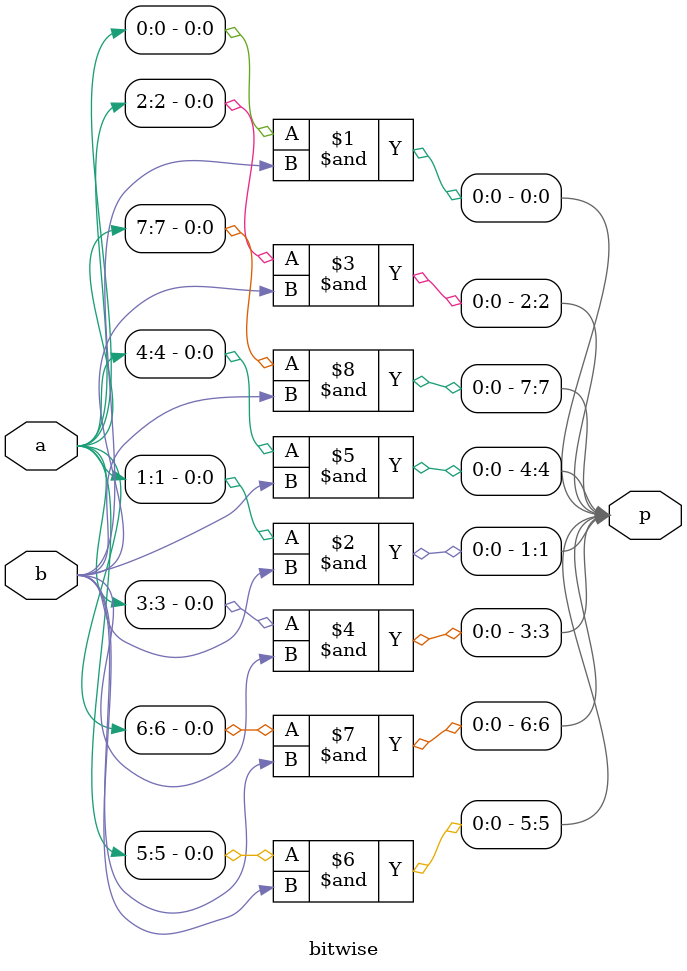
<source format=v>

module bitwise #(
  parameter BITS = 8
) (
  input [BITS-1:0] a,
  input b,
  output [BITS-1:0] p
);

genvar i;

generate 
  for (i = 0; i < BITS; i = i + 1) begin
    assign p[i] = a[i] & b;
  end
endgenerate
endmodule


</source>
